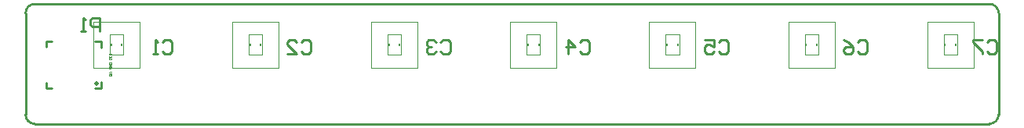
<source format=gbo>
G04 Layer_Color=32896*
%FSLAX42Y42*%
%MOMM*%
G71*
G01*
G75*
%ADD12C,0.25*%
%ADD13C,0.10*%
%ADD22C,0.20*%
%ADD29C,0.50*%
%ADD30C,0.05*%
D12*
X220Y390D02*
Y447D01*
Y390D02*
X283D01*
X747D02*
X815D01*
Y450D01*
X220Y838D02*
Y890D01*
X280D01*
X747D02*
X815D01*
Y825D02*
Y890D01*
X800Y1000D02*
Y1152D01*
X724D01*
X698Y1127D01*
Y1076D01*
X724Y1051D01*
X800D01*
X648Y1000D02*
X597D01*
X622D01*
Y1152D01*
X648Y1127D01*
X10378Y887D02*
X10404Y912D01*
X10455D01*
X10480Y887D01*
Y785D01*
X10455Y760D01*
X10404D01*
X10378Y785D01*
X10328Y912D02*
X10226D01*
Y887D01*
X10328Y785D01*
Y760D01*
X8978Y887D02*
X9004Y912D01*
X9055D01*
X9080Y887D01*
Y785D01*
X9055Y760D01*
X9004D01*
X8978Y785D01*
X8826Y912D02*
X8877Y887D01*
X8928Y836D01*
Y785D01*
X8902Y760D01*
X8851D01*
X8826Y785D01*
Y811D01*
X8851Y836D01*
X8928D01*
X7478Y887D02*
X7504Y912D01*
X7555D01*
X7580Y887D01*
Y785D01*
X7555Y760D01*
X7504D01*
X7478Y785D01*
X7326Y912D02*
X7428D01*
Y836D01*
X7377Y862D01*
X7351D01*
X7326Y836D01*
Y785D01*
X7351Y760D01*
X7402D01*
X7428Y785D01*
X5978Y887D02*
X6004Y912D01*
X6055D01*
X6080Y887D01*
Y785D01*
X6055Y760D01*
X6004D01*
X5978Y785D01*
X5851Y760D02*
Y912D01*
X5928Y836D01*
X5826D01*
X4478Y887D02*
X4504Y912D01*
X4555D01*
X4580Y887D01*
Y785D01*
X4555Y760D01*
X4504D01*
X4478Y785D01*
X4428Y887D02*
X4402Y912D01*
X4351D01*
X4326Y887D01*
Y862D01*
X4351Y836D01*
X4377D01*
X4351D01*
X4326Y811D01*
Y785D01*
X4351Y760D01*
X4402D01*
X4428Y785D01*
X2978Y887D02*
X3004Y912D01*
X3055D01*
X3080Y887D01*
Y785D01*
X3055Y760D01*
X3004D01*
X2978Y785D01*
X2826Y760D02*
X2928D01*
X2826Y862D01*
Y887D01*
X2851Y912D01*
X2902D01*
X2928Y887D01*
X1478D02*
X1504Y912D01*
X1555D01*
X1580Y887D01*
Y785D01*
X1555Y760D01*
X1504D01*
X1478Y785D01*
X1428Y760D02*
X1377D01*
X1402D01*
Y912D01*
X1428Y887D01*
X10400Y0D02*
G03*
X10500Y100I0J100D01*
G01*
Y1200D02*
G03*
X10400Y1300I-100J0D01*
G01*
X100D02*
G03*
X0Y1200I0J-100D01*
G01*
Y100D02*
G03*
X100Y0I100J0D01*
G01*
Y1300D02*
X10400D01*
X10500Y100D02*
Y1200D01*
X0Y100D02*
Y1200D01*
X100Y0D02*
X10400D01*
D13*
X907Y970D02*
X1052D01*
X907Y750D02*
X1052D01*
X907D02*
Y970D01*
X1052Y750D02*
Y970D01*
X2408D02*
X2552D01*
X2408Y750D02*
X2552D01*
X2408D02*
Y970D01*
X2552Y750D02*
Y970D01*
X3908D02*
X4053D01*
X3908Y750D02*
X4053D01*
X3908D02*
Y970D01*
X4053Y750D02*
Y970D01*
X5408D02*
X5553D01*
X5408Y750D02*
X5553D01*
X5408D02*
Y970D01*
X5553Y750D02*
Y970D01*
X6907D02*
X7053D01*
X6907Y750D02*
X7053D01*
X6907D02*
Y970D01*
X7053Y750D02*
Y970D01*
X8407D02*
X8553D01*
X8407Y750D02*
X8553D01*
X8407D02*
Y970D01*
X8553Y750D02*
Y970D01*
X9907D02*
X10053D01*
X9907Y750D02*
X10053D01*
X9907D02*
Y970D01*
X10053Y750D02*
Y970D01*
X10230Y610D02*
Y1110D01*
X9730Y610D02*
Y1110D01*
X10230D01*
X9730Y610D02*
X10230D01*
X8730D02*
Y1110D01*
X8230Y610D02*
Y1110D01*
X8730D01*
X8230Y610D02*
X8730D01*
X7230D02*
Y1110D01*
X6730Y610D02*
Y1110D01*
X7230D01*
X6730Y610D02*
X7230D01*
X5730D02*
Y1110D01*
X5230Y610D02*
Y1110D01*
X5730D01*
X5230Y610D02*
X5730D01*
X4230D02*
Y1110D01*
X3730Y610D02*
Y1110D01*
X4230D01*
X3730Y610D02*
X4230D01*
X2730D02*
Y1110D01*
X2230Y610D02*
Y1110D01*
X2730D01*
X2230Y610D02*
X2730D01*
X1230D02*
Y1110D01*
X730Y610D02*
Y1110D01*
X1230D01*
X730Y610D02*
X1230D01*
D22*
X923Y855D02*
Y865D01*
X1038Y855D02*
Y865D01*
X2423Y855D02*
Y865D01*
X2538Y855D02*
Y865D01*
X3922Y855D02*
Y865D01*
X4038Y855D02*
Y865D01*
X5422Y855D02*
Y865D01*
X5538Y855D02*
Y865D01*
X6922Y855D02*
Y865D01*
X7038Y855D02*
Y865D01*
X8422Y855D02*
Y865D01*
X8538Y855D02*
Y865D01*
X9922Y855D02*
Y865D01*
X10038Y855D02*
Y865D01*
D29*
X768Y435D02*
D03*
D30*
X925Y700D02*
X900D01*
Y712D01*
X904Y717D01*
X921D01*
X925Y712D01*
Y700D01*
Y725D02*
Y733D01*
Y729D01*
X900D01*
Y725D01*
Y733D01*
Y746D02*
X925D01*
X900Y762D01*
X925D01*
X921Y617D02*
X925Y612D01*
Y604D01*
X921Y600D01*
X904D01*
X900Y604D01*
Y612D01*
X904Y617D01*
X912D01*
Y608D01*
X900Y625D02*
X925D01*
X900Y642D01*
X925D01*
Y650D02*
X900D01*
Y662D01*
X904Y667D01*
X921D01*
X925Y662D01*
Y650D01*
Y542D02*
Y525D01*
X912D01*
X917Y533D01*
Y537D01*
X912Y542D01*
X904D01*
X900Y537D01*
Y529D01*
X904Y525D01*
X925Y550D02*
X908D01*
X900Y558D01*
X908Y567D01*
X925D01*
M02*

</source>
